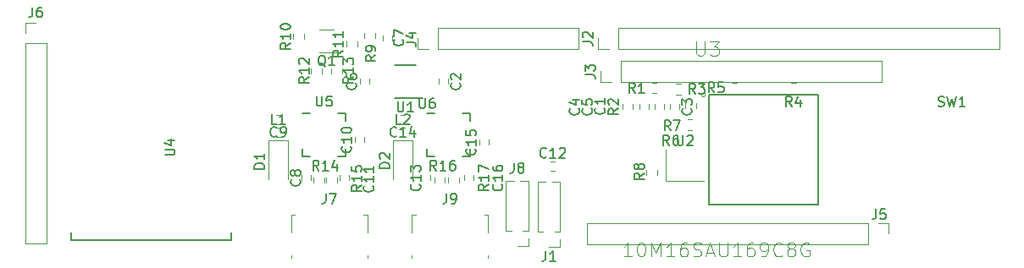
<source format=gbr>
G04 #@! TF.GenerationSoftware,KiCad,Pcbnew,5.0.0-rc2-dev-unknown-6940f92~62~ubuntu16.04.1*
G04 #@! TF.CreationDate,2018-03-25T22:17:42+02:00*
G04 #@! TF.ProjectId,roboy_sno,726F626F795F736E6F2E6B696361645F,rev?*
G04 #@! TF.SameCoordinates,Original*
G04 #@! TF.FileFunction,Legend,Top*
G04 #@! TF.FilePolarity,Positive*
%FSLAX46Y46*%
G04 Gerber Fmt 4.6, Leading zero omitted, Abs format (unit mm)*
G04 Created by KiCad (PCBNEW 5.0.0-rc2-dev-unknown-6940f92~62~ubuntu16.04.1) date Sun Mar 25 22:17:42 2018*
%MOMM*%
%LPD*%
G01*
G04 APERTURE LIST*
%ADD10C,0.120000*%
%ADD11C,0.100000*%
%ADD12C,0.127000*%
%ADD13C,0.150000*%
%ADD14C,0.152400*%
%ADD15C,0.050000*%
G04 APERTURE END LIST*
D10*
X125438000Y-110486000D02*
X125438000Y-109986000D01*
X124498000Y-109986000D02*
X124498000Y-110486000D01*
D11*
X159021000Y-111569000D02*
G75*
G03X159021000Y-111569000I-200000J0D01*
G01*
D12*
X170346000Y-122594000D02*
X159346000Y-122594000D01*
X170346000Y-111594000D02*
X159346000Y-111594000D01*
X170346000Y-122594000D02*
X170346000Y-111594000D01*
X159346000Y-122594000D02*
X159346000Y-111594000D01*
D10*
X153962000Y-112526000D02*
X153962000Y-113026000D01*
X154902000Y-113026000D02*
X154902000Y-112526000D01*
X156426000Y-113026000D02*
X156426000Y-112526000D01*
X155486000Y-112526000D02*
X155486000Y-113026000D01*
X150787000Y-112526000D02*
X150787000Y-113026000D01*
X151727000Y-113026000D02*
X151727000Y-112526000D01*
X153378000Y-113026000D02*
X153378000Y-112526000D01*
X152438000Y-112526000D02*
X152438000Y-113026000D01*
X127724000Y-106168000D02*
X127724000Y-105668000D01*
X126784000Y-105668000D02*
X126784000Y-106168000D01*
X118656000Y-119638000D02*
X118656000Y-120138000D01*
X119596000Y-120138000D02*
X119596000Y-119638000D01*
X116582000Y-113576000D02*
X116082000Y-113576000D01*
X116082000Y-114516000D02*
X116582000Y-114516000D01*
X124930000Y-116328000D02*
X124930000Y-115828000D01*
X123990000Y-115828000D02*
X123990000Y-116328000D01*
X123406000Y-120138000D02*
X123406000Y-119638000D01*
X122466000Y-119638000D02*
X122466000Y-120138000D01*
X117332000Y-116164000D02*
X117332000Y-120014000D01*
X115332000Y-116164000D02*
X115332000Y-120014000D01*
X117332000Y-116164000D02*
X115332000Y-116164000D01*
X116582000Y-114846000D02*
X116082000Y-114846000D01*
X116082000Y-115786000D02*
X116582000Y-115786000D01*
X121858000Y-105012000D02*
X120458000Y-105012000D01*
X120458000Y-107332000D02*
X122358000Y-107332000D01*
X154174000Y-110341000D02*
X153674000Y-110341000D01*
X153674000Y-111401000D02*
X154174000Y-111401000D01*
X158073500Y-112893500D02*
X158073500Y-112393500D01*
X157013500Y-112393500D02*
X157013500Y-112893500D01*
X156087000Y-111528000D02*
X156587000Y-111528000D01*
X156587000Y-110468000D02*
X156087000Y-110468000D01*
X167580500Y-111464500D02*
X168080500Y-111464500D01*
X168080500Y-110404500D02*
X167580500Y-110404500D01*
X162175000Y-110404500D02*
X161675000Y-110404500D01*
X161675000Y-111464500D02*
X162175000Y-111464500D01*
X157730000Y-115548000D02*
X157230000Y-115548000D01*
X157230000Y-116608000D02*
X157730000Y-116608000D01*
X157730000Y-114024000D02*
X157230000Y-114024000D01*
X157230000Y-115084000D02*
X157730000Y-115084000D01*
X154200000Y-119630000D02*
X154200000Y-119130000D01*
X153140000Y-119130000D02*
X153140000Y-119630000D01*
X124946000Y-105414000D02*
X124946000Y-105914000D01*
X126006000Y-105914000D02*
X126006000Y-105414000D01*
X118894000Y-105977500D02*
X118894000Y-105477500D01*
X117834000Y-105477500D02*
X117834000Y-105977500D01*
X124228000Y-106739500D02*
X124228000Y-106239500D01*
X123168000Y-106239500D02*
X123168000Y-106739500D01*
X120672000Y-109470000D02*
X120672000Y-108970000D01*
X119612000Y-108970000D02*
X119612000Y-109470000D01*
X121644000Y-108970000D02*
X121644000Y-109470000D01*
X122704000Y-109470000D02*
X122704000Y-108970000D01*
X120926000Y-120392000D02*
X120926000Y-119892000D01*
X119866000Y-119892000D02*
X119866000Y-120392000D01*
X121136000Y-119892000D02*
X121136000Y-120392000D01*
X122196000Y-120392000D02*
X122196000Y-119892000D01*
D13*
X130762000Y-111886000D02*
X128007000Y-111886000D01*
X130057000Y-108586000D02*
X128007000Y-108586000D01*
D10*
X155072000Y-120193000D02*
X158872000Y-120193000D01*
X155072000Y-117043000D02*
X155072000Y-120193000D01*
D14*
X95631000Y-125349000D02*
X95631000Y-126111000D01*
X95631000Y-126111000D02*
X111633000Y-126111000D01*
X111633000Y-126111000D02*
X111633000Y-125349000D01*
D13*
X123054000Y-113420000D02*
X122279000Y-113420000D01*
X123054000Y-117720000D02*
X122279000Y-117720000D01*
X118754000Y-117720000D02*
X119529000Y-117720000D01*
X118754000Y-113420000D02*
X119529000Y-113420000D01*
X123054000Y-117720000D02*
X123054000Y-116945000D01*
X118754000Y-117720000D02*
X118754000Y-116945000D01*
X123054000Y-113420000D02*
X123054000Y-114195000D01*
D10*
X144014000Y-118211500D02*
X143514000Y-118211500D01*
X143514000Y-119151500D02*
X144014000Y-119151500D01*
X131534000Y-120138000D02*
X131534000Y-119638000D01*
X130594000Y-119638000D02*
X130594000Y-120138000D01*
X128528000Y-114516000D02*
X129028000Y-114516000D01*
X129028000Y-113576000D02*
X128528000Y-113576000D01*
X137376000Y-116582000D02*
X137376000Y-116082000D01*
X136436000Y-116082000D02*
X136436000Y-116582000D01*
X134912000Y-119638000D02*
X134912000Y-120138000D01*
X135852000Y-120138000D02*
X135852000Y-119638000D01*
X129778000Y-116164000D02*
X129778000Y-120014000D01*
X127778000Y-116164000D02*
X127778000Y-120014000D01*
X129778000Y-116164000D02*
X127778000Y-116164000D01*
X128528000Y-115786000D02*
X129028000Y-115786000D01*
X129028000Y-114846000D02*
X128528000Y-114846000D01*
X131931000Y-119892000D02*
X131931000Y-120392000D01*
X132991000Y-120392000D02*
X132991000Y-119892000D01*
X134388000Y-120392000D02*
X134388000Y-119892000D01*
X133328000Y-119892000D02*
X133328000Y-120392000D01*
D13*
X135500000Y-113420000D02*
X134725000Y-113420000D01*
X135500000Y-117720000D02*
X134725000Y-117720000D01*
X131200000Y-117720000D02*
X131975000Y-117720000D01*
X131200000Y-113420000D02*
X131975000Y-113420000D01*
X135500000Y-117720000D02*
X135500000Y-116945000D01*
X131200000Y-117720000D02*
X131200000Y-116945000D01*
X135500000Y-113420000D02*
X135500000Y-114195000D01*
D10*
X141318000Y-120209000D02*
X140515530Y-120209000D01*
X139900470Y-120209000D02*
X139098000Y-120209000D01*
X141318000Y-125224000D02*
X141318000Y-120209000D01*
X139098000Y-125224000D02*
X139098000Y-120209000D01*
X141318000Y-125224000D02*
X140771471Y-125224000D01*
X139644529Y-125224000D02*
X139098000Y-125224000D01*
X141318000Y-125984000D02*
X141318000Y-126744000D01*
X141318000Y-126744000D02*
X140208000Y-126744000D01*
X148292000Y-106978000D02*
X148292000Y-105918000D01*
X149352000Y-106978000D02*
X148292000Y-106978000D01*
X150352000Y-106978000D02*
X150352000Y-104858000D01*
X150352000Y-104858000D02*
X188412000Y-104858000D01*
X150352000Y-106978000D02*
X188412000Y-106978000D01*
X188412000Y-106978000D02*
X188412000Y-104858000D01*
X148546000Y-110280000D02*
X148546000Y-109220000D01*
X149606000Y-110280000D02*
X148546000Y-110280000D01*
X150606000Y-110280000D02*
X150606000Y-108160000D01*
X150606000Y-108160000D02*
X176666000Y-108160000D01*
X150606000Y-110280000D02*
X176666000Y-110280000D01*
X176666000Y-110280000D02*
X176666000Y-108160000D01*
X130258000Y-106978000D02*
X130258000Y-105918000D01*
X131318000Y-106978000D02*
X130258000Y-106978000D01*
X132318000Y-106978000D02*
X132318000Y-104858000D01*
X132318000Y-104858000D02*
X146378000Y-104858000D01*
X132318000Y-106978000D02*
X146378000Y-106978000D01*
X146378000Y-106978000D02*
X146378000Y-104858000D01*
X177336000Y-124416000D02*
X177336000Y-125476000D01*
X176276000Y-124416000D02*
X177336000Y-124416000D01*
X175276000Y-124416000D02*
X175276000Y-126536000D01*
X175276000Y-126536000D02*
X147216000Y-126536000D01*
X175276000Y-124416000D02*
X147216000Y-124416000D01*
X147216000Y-124416000D02*
X147216000Y-126536000D01*
X91015000Y-104350000D02*
X92075000Y-104350000D01*
X91015000Y-105410000D02*
X91015000Y-104350000D01*
X91015000Y-106410000D02*
X93135000Y-106410000D01*
X93135000Y-106410000D02*
X93135000Y-126470000D01*
X91015000Y-106410000D02*
X91015000Y-126470000D01*
X91015000Y-126470000D02*
X93135000Y-126470000D01*
X133312000Y-110486000D02*
X133312000Y-109986000D01*
X132372000Y-109986000D02*
X132372000Y-110486000D01*
X125222000Y-123582000D02*
X124842000Y-123582000D01*
X125222000Y-127632000D02*
X125222000Y-127892000D01*
X125222000Y-123582000D02*
X125222000Y-125352000D01*
X117602000Y-123582000D02*
X117982000Y-123582000D01*
X117602000Y-125352000D02*
X117602000Y-123582000D01*
X117602000Y-127892000D02*
X117602000Y-127632000D01*
X129667000Y-127892000D02*
X129667000Y-127632000D01*
X129667000Y-125352000D02*
X129667000Y-123582000D01*
X129667000Y-123582000D02*
X130047000Y-123582000D01*
X137287000Y-123582000D02*
X137287000Y-125352000D01*
X137287000Y-127632000D02*
X137287000Y-127892000D01*
X137287000Y-123582000D02*
X136907000Y-123582000D01*
X144493000Y-126807500D02*
X143383000Y-126807500D01*
X144493000Y-126047500D02*
X144493000Y-126807500D01*
X142819529Y-125287500D02*
X142273000Y-125287500D01*
X144493000Y-125287500D02*
X143946471Y-125287500D01*
X142273000Y-125287500D02*
X142273000Y-120272500D01*
X144493000Y-125287500D02*
X144493000Y-120272500D01*
X143075470Y-120272500D02*
X142273000Y-120272500D01*
X144493000Y-120272500D02*
X143690530Y-120272500D01*
D13*
X124055142Y-110402666D02*
X124102761Y-110450285D01*
X124150380Y-110593142D01*
X124150380Y-110688380D01*
X124102761Y-110831238D01*
X124007523Y-110926476D01*
X123912285Y-110974095D01*
X123721809Y-111021714D01*
X123578952Y-111021714D01*
X123388476Y-110974095D01*
X123293238Y-110926476D01*
X123198000Y-110831238D01*
X123150380Y-110688380D01*
X123150380Y-110593142D01*
X123198000Y-110450285D01*
X123245619Y-110402666D01*
X123150380Y-109545523D02*
X123150380Y-109736000D01*
X123198000Y-109831238D01*
X123245619Y-109878857D01*
X123388476Y-109974095D01*
X123578952Y-110021714D01*
X123959904Y-110021714D01*
X124055142Y-109974095D01*
X124102761Y-109926476D01*
X124150380Y-109831238D01*
X124150380Y-109640761D01*
X124102761Y-109545523D01*
X124055142Y-109497904D01*
X123959904Y-109450285D01*
X123721809Y-109450285D01*
X123626571Y-109497904D01*
X123578952Y-109545523D01*
X123531333Y-109640761D01*
X123531333Y-109831238D01*
X123578952Y-109926476D01*
X123626571Y-109974095D01*
X123721809Y-110021714D01*
D15*
X158150195Y-106222077D02*
X158150195Y-107363919D01*
X158217362Y-107498253D01*
X158284530Y-107565420D01*
X158418864Y-107632587D01*
X158687532Y-107632587D01*
X158821867Y-107565420D01*
X158889034Y-107498253D01*
X158956201Y-107363919D01*
X158956201Y-106222077D01*
X159493538Y-106222077D02*
X160366711Y-106222077D01*
X159896541Y-106759415D01*
X160098042Y-106759415D01*
X160232377Y-106826582D01*
X160299544Y-106893749D01*
X160366711Y-107028083D01*
X160366711Y-107363919D01*
X160299544Y-107498253D01*
X160232377Y-107565420D01*
X160098042Y-107632587D01*
X159695040Y-107632587D01*
X159560705Y-107565420D01*
X159493538Y-107498253D01*
X151684177Y-127755577D02*
X150883869Y-127755577D01*
X151284023Y-127755577D02*
X151284023Y-126355037D01*
X151150638Y-126555114D01*
X151017253Y-126688499D01*
X150883869Y-126755191D01*
X152551178Y-126355037D02*
X152684563Y-126355037D01*
X152817948Y-126421730D01*
X152884640Y-126488422D01*
X152951332Y-126621807D01*
X153018025Y-126888576D01*
X153018025Y-127222038D01*
X152951332Y-127488808D01*
X152884640Y-127622192D01*
X152817948Y-127688885D01*
X152684563Y-127755577D01*
X152551178Y-127755577D01*
X152417793Y-127688885D01*
X152351101Y-127622192D01*
X152284409Y-127488808D01*
X152217716Y-127222038D01*
X152217716Y-126888576D01*
X152284409Y-126621807D01*
X152351101Y-126488422D01*
X152417793Y-126421730D01*
X152551178Y-126355037D01*
X153618256Y-127755577D02*
X153618256Y-126355037D01*
X154085103Y-127355423D01*
X154551950Y-126355037D01*
X154551950Y-127755577D01*
X155952490Y-127755577D02*
X155152181Y-127755577D01*
X155552335Y-127755577D02*
X155552335Y-126355037D01*
X155418950Y-126555114D01*
X155285566Y-126688499D01*
X155152181Y-126755191D01*
X157152952Y-126355037D02*
X156886183Y-126355037D01*
X156752798Y-126421730D01*
X156686106Y-126488422D01*
X156552721Y-126688499D01*
X156486029Y-126955269D01*
X156486029Y-127488808D01*
X156552721Y-127622192D01*
X156619413Y-127688885D01*
X156752798Y-127755577D01*
X157019568Y-127755577D01*
X157152952Y-127688885D01*
X157219645Y-127622192D01*
X157286337Y-127488808D01*
X157286337Y-127155346D01*
X157219645Y-127021961D01*
X157152952Y-126955269D01*
X157019568Y-126888576D01*
X156752798Y-126888576D01*
X156619413Y-126955269D01*
X156552721Y-127021961D01*
X156486029Y-127155346D01*
X157819876Y-127688885D02*
X158019953Y-127755577D01*
X158353415Y-127755577D01*
X158486800Y-127688885D01*
X158553492Y-127622192D01*
X158620185Y-127488808D01*
X158620185Y-127355423D01*
X158553492Y-127222038D01*
X158486800Y-127155346D01*
X158353415Y-127088653D01*
X158086646Y-127021961D01*
X157953261Y-126955269D01*
X157886569Y-126888576D01*
X157819876Y-126755191D01*
X157819876Y-126621807D01*
X157886569Y-126488422D01*
X157953261Y-126421730D01*
X158086646Y-126355037D01*
X158420108Y-126355037D01*
X158620185Y-126421730D01*
X159153724Y-127355423D02*
X159820648Y-127355423D01*
X159020339Y-127755577D02*
X159487186Y-126355037D01*
X159954032Y-127755577D01*
X160420879Y-126355037D02*
X160420879Y-127488808D01*
X160487571Y-127622192D01*
X160554264Y-127688885D01*
X160687649Y-127755577D01*
X160954418Y-127755577D01*
X161087803Y-127688885D01*
X161154495Y-127622192D01*
X161221188Y-127488808D01*
X161221188Y-126355037D01*
X162621728Y-127755577D02*
X161821419Y-127755577D01*
X162221573Y-127755577D02*
X162221573Y-126355037D01*
X162088189Y-126555114D01*
X161954804Y-126688499D01*
X161821419Y-126755191D01*
X163822190Y-126355037D02*
X163555421Y-126355037D01*
X163422036Y-126421730D01*
X163355344Y-126488422D01*
X163221959Y-126688499D01*
X163155267Y-126955269D01*
X163155267Y-127488808D01*
X163221959Y-127622192D01*
X163288651Y-127688885D01*
X163422036Y-127755577D01*
X163688806Y-127755577D01*
X163822190Y-127688885D01*
X163888883Y-127622192D01*
X163955575Y-127488808D01*
X163955575Y-127155346D01*
X163888883Y-127021961D01*
X163822190Y-126955269D01*
X163688806Y-126888576D01*
X163422036Y-126888576D01*
X163288651Y-126955269D01*
X163221959Y-127021961D01*
X163155267Y-127155346D01*
X164622499Y-127755577D02*
X164889269Y-127755577D01*
X165022653Y-127688885D01*
X165089346Y-127622192D01*
X165222730Y-127422115D01*
X165289423Y-127155346D01*
X165289423Y-126621807D01*
X165222730Y-126488422D01*
X165156038Y-126421730D01*
X165022653Y-126355037D01*
X164755884Y-126355037D01*
X164622499Y-126421730D01*
X164555807Y-126488422D01*
X164489114Y-126621807D01*
X164489114Y-126955269D01*
X164555807Y-127088653D01*
X164622499Y-127155346D01*
X164755884Y-127222038D01*
X165022653Y-127222038D01*
X165156038Y-127155346D01*
X165222730Y-127088653D01*
X165289423Y-126955269D01*
X166689963Y-127622192D02*
X166623270Y-127688885D01*
X166423193Y-127755577D01*
X166289809Y-127755577D01*
X166089731Y-127688885D01*
X165956347Y-127555500D01*
X165889654Y-127422115D01*
X165822962Y-127155346D01*
X165822962Y-126955269D01*
X165889654Y-126688499D01*
X165956347Y-126555114D01*
X166089731Y-126421730D01*
X166289809Y-126355037D01*
X166423193Y-126355037D01*
X166623270Y-126421730D01*
X166689963Y-126488422D01*
X167490271Y-126955269D02*
X167356887Y-126888576D01*
X167290194Y-126821884D01*
X167223502Y-126688499D01*
X167223502Y-126621807D01*
X167290194Y-126488422D01*
X167356887Y-126421730D01*
X167490271Y-126355037D01*
X167757041Y-126355037D01*
X167890426Y-126421730D01*
X167957118Y-126488422D01*
X168023810Y-126621807D01*
X168023810Y-126688499D01*
X167957118Y-126821884D01*
X167890426Y-126888576D01*
X167757041Y-126955269D01*
X167490271Y-126955269D01*
X167356887Y-127021961D01*
X167290194Y-127088653D01*
X167223502Y-127222038D01*
X167223502Y-127488808D01*
X167290194Y-127622192D01*
X167356887Y-127688885D01*
X167490271Y-127755577D01*
X167757041Y-127755577D01*
X167890426Y-127688885D01*
X167957118Y-127622192D01*
X168023810Y-127488808D01*
X168023810Y-127222038D01*
X167957118Y-127088653D01*
X167890426Y-127021961D01*
X167757041Y-126955269D01*
X169357658Y-126421730D02*
X169224273Y-126355037D01*
X169024196Y-126355037D01*
X168824119Y-126421730D01*
X168690734Y-126555114D01*
X168624042Y-126688499D01*
X168557350Y-126955269D01*
X168557350Y-127155346D01*
X168624042Y-127422115D01*
X168690734Y-127555500D01*
X168824119Y-127688885D01*
X169024196Y-127755577D01*
X169157581Y-127755577D01*
X169357658Y-127688885D01*
X169424350Y-127622192D01*
X169424350Y-127155346D01*
X169157581Y-127155346D01*
D13*
X148883642Y-112879166D02*
X148931261Y-112926785D01*
X148978880Y-113069642D01*
X148978880Y-113164880D01*
X148931261Y-113307738D01*
X148836023Y-113402976D01*
X148740785Y-113450595D01*
X148550309Y-113498214D01*
X148407452Y-113498214D01*
X148216976Y-113450595D01*
X148121738Y-113402976D01*
X148026500Y-113307738D01*
X147978880Y-113164880D01*
X147978880Y-113069642D01*
X148026500Y-112926785D01*
X148074119Y-112879166D01*
X148978880Y-111926785D02*
X148978880Y-112498214D01*
X148978880Y-112212500D02*
X147978880Y-112212500D01*
X148121738Y-112307738D01*
X148216976Y-112402976D01*
X148264595Y-112498214D01*
X157583142Y-112942666D02*
X157630761Y-112990285D01*
X157678380Y-113133142D01*
X157678380Y-113228380D01*
X157630761Y-113371238D01*
X157535523Y-113466476D01*
X157440285Y-113514095D01*
X157249809Y-113561714D01*
X157106952Y-113561714D01*
X156916476Y-113514095D01*
X156821238Y-113466476D01*
X156726000Y-113371238D01*
X156678380Y-113228380D01*
X156678380Y-113133142D01*
X156726000Y-112990285D01*
X156773619Y-112942666D01*
X156678380Y-112609333D02*
X156678380Y-111990285D01*
X157059333Y-112323619D01*
X157059333Y-112180761D01*
X157106952Y-112085523D01*
X157154571Y-112037904D01*
X157249809Y-111990285D01*
X157487904Y-111990285D01*
X157583142Y-112037904D01*
X157630761Y-112085523D01*
X157678380Y-112180761D01*
X157678380Y-112466476D01*
X157630761Y-112561714D01*
X157583142Y-112609333D01*
X146343642Y-112942666D02*
X146391261Y-112990285D01*
X146438880Y-113133142D01*
X146438880Y-113228380D01*
X146391261Y-113371238D01*
X146296023Y-113466476D01*
X146200785Y-113514095D01*
X146010309Y-113561714D01*
X145867452Y-113561714D01*
X145676976Y-113514095D01*
X145581738Y-113466476D01*
X145486500Y-113371238D01*
X145438880Y-113228380D01*
X145438880Y-113133142D01*
X145486500Y-112990285D01*
X145534119Y-112942666D01*
X145772214Y-112085523D02*
X146438880Y-112085523D01*
X145391261Y-112323619D02*
X146105547Y-112561714D01*
X146105547Y-111942666D01*
X147613642Y-112942666D02*
X147661261Y-112990285D01*
X147708880Y-113133142D01*
X147708880Y-113228380D01*
X147661261Y-113371238D01*
X147566023Y-113466476D01*
X147470785Y-113514095D01*
X147280309Y-113561714D01*
X147137452Y-113561714D01*
X146946976Y-113514095D01*
X146851738Y-113466476D01*
X146756500Y-113371238D01*
X146708880Y-113228380D01*
X146708880Y-113133142D01*
X146756500Y-112990285D01*
X146804119Y-112942666D01*
X146708880Y-112037904D02*
X146708880Y-112514095D01*
X147185071Y-112561714D01*
X147137452Y-112514095D01*
X147089833Y-112418857D01*
X147089833Y-112180761D01*
X147137452Y-112085523D01*
X147185071Y-112037904D01*
X147280309Y-111990285D01*
X147518404Y-111990285D01*
X147613642Y-112037904D01*
X147661261Y-112085523D01*
X147708880Y-112180761D01*
X147708880Y-112418857D01*
X147661261Y-112514095D01*
X147613642Y-112561714D01*
X128754142Y-106021166D02*
X128801761Y-106068785D01*
X128849380Y-106211642D01*
X128849380Y-106306880D01*
X128801761Y-106449738D01*
X128706523Y-106544976D01*
X128611285Y-106592595D01*
X128420809Y-106640214D01*
X128277952Y-106640214D01*
X128087476Y-106592595D01*
X127992238Y-106544976D01*
X127897000Y-106449738D01*
X127849380Y-106306880D01*
X127849380Y-106211642D01*
X127897000Y-106068785D01*
X127944619Y-106021166D01*
X127849380Y-105687833D02*
X127849380Y-105021166D01*
X128849380Y-105449738D01*
X118467142Y-120054666D02*
X118514761Y-120102285D01*
X118562380Y-120245142D01*
X118562380Y-120340380D01*
X118514761Y-120483238D01*
X118419523Y-120578476D01*
X118324285Y-120626095D01*
X118133809Y-120673714D01*
X117990952Y-120673714D01*
X117800476Y-120626095D01*
X117705238Y-120578476D01*
X117610000Y-120483238D01*
X117562380Y-120340380D01*
X117562380Y-120245142D01*
X117610000Y-120102285D01*
X117657619Y-120054666D01*
X117990952Y-119483238D02*
X117943333Y-119578476D01*
X117895714Y-119626095D01*
X117800476Y-119673714D01*
X117752857Y-119673714D01*
X117657619Y-119626095D01*
X117610000Y-119578476D01*
X117562380Y-119483238D01*
X117562380Y-119292761D01*
X117610000Y-119197523D01*
X117657619Y-119149904D01*
X117752857Y-119102285D01*
X117800476Y-119102285D01*
X117895714Y-119149904D01*
X117943333Y-119197523D01*
X117990952Y-119292761D01*
X117990952Y-119483238D01*
X118038571Y-119578476D01*
X118086190Y-119626095D01*
X118181428Y-119673714D01*
X118371904Y-119673714D01*
X118467142Y-119626095D01*
X118514761Y-119578476D01*
X118562380Y-119483238D01*
X118562380Y-119292761D01*
X118514761Y-119197523D01*
X118467142Y-119149904D01*
X118371904Y-119102285D01*
X118181428Y-119102285D01*
X118086190Y-119149904D01*
X118038571Y-119197523D01*
X117990952Y-119292761D01*
X116165333Y-115673142D02*
X116117714Y-115720761D01*
X115974857Y-115768380D01*
X115879619Y-115768380D01*
X115736761Y-115720761D01*
X115641523Y-115625523D01*
X115593904Y-115530285D01*
X115546285Y-115339809D01*
X115546285Y-115196952D01*
X115593904Y-115006476D01*
X115641523Y-114911238D01*
X115736761Y-114816000D01*
X115879619Y-114768380D01*
X115974857Y-114768380D01*
X116117714Y-114816000D01*
X116165333Y-114863619D01*
X116641523Y-115768380D02*
X116832000Y-115768380D01*
X116927238Y-115720761D01*
X116974857Y-115673142D01*
X117070095Y-115530285D01*
X117117714Y-115339809D01*
X117117714Y-114958857D01*
X117070095Y-114863619D01*
X117022476Y-114816000D01*
X116927238Y-114768380D01*
X116736761Y-114768380D01*
X116641523Y-114816000D01*
X116593904Y-114863619D01*
X116546285Y-114958857D01*
X116546285Y-115196952D01*
X116593904Y-115292190D01*
X116641523Y-115339809D01*
X116736761Y-115387428D01*
X116927238Y-115387428D01*
X117022476Y-115339809D01*
X117070095Y-115292190D01*
X117117714Y-115196952D01*
X123547142Y-116720857D02*
X123594761Y-116768476D01*
X123642380Y-116911333D01*
X123642380Y-117006571D01*
X123594761Y-117149428D01*
X123499523Y-117244666D01*
X123404285Y-117292285D01*
X123213809Y-117339904D01*
X123070952Y-117339904D01*
X122880476Y-117292285D01*
X122785238Y-117244666D01*
X122690000Y-117149428D01*
X122642380Y-117006571D01*
X122642380Y-116911333D01*
X122690000Y-116768476D01*
X122737619Y-116720857D01*
X123642380Y-115768476D02*
X123642380Y-116339904D01*
X123642380Y-116054190D02*
X122642380Y-116054190D01*
X122785238Y-116149428D01*
X122880476Y-116244666D01*
X122928095Y-116339904D01*
X122642380Y-115149428D02*
X122642380Y-115054190D01*
X122690000Y-114958952D01*
X122737619Y-114911333D01*
X122832857Y-114863714D01*
X123023333Y-114816095D01*
X123261428Y-114816095D01*
X123451904Y-114863714D01*
X123547142Y-114911333D01*
X123594761Y-114958952D01*
X123642380Y-115054190D01*
X123642380Y-115149428D01*
X123594761Y-115244666D01*
X123547142Y-115292285D01*
X123451904Y-115339904D01*
X123261428Y-115387523D01*
X123023333Y-115387523D01*
X122832857Y-115339904D01*
X122737619Y-115292285D01*
X122690000Y-115244666D01*
X122642380Y-115149428D01*
X125769642Y-120657857D02*
X125817261Y-120705476D01*
X125864880Y-120848333D01*
X125864880Y-120943571D01*
X125817261Y-121086428D01*
X125722023Y-121181666D01*
X125626785Y-121229285D01*
X125436309Y-121276904D01*
X125293452Y-121276904D01*
X125102976Y-121229285D01*
X125007738Y-121181666D01*
X124912500Y-121086428D01*
X124864880Y-120943571D01*
X124864880Y-120848333D01*
X124912500Y-120705476D01*
X124960119Y-120657857D01*
X125864880Y-119705476D02*
X125864880Y-120276904D01*
X125864880Y-119991190D02*
X124864880Y-119991190D01*
X125007738Y-120086428D01*
X125102976Y-120181666D01*
X125150595Y-120276904D01*
X125864880Y-118753095D02*
X125864880Y-119324523D01*
X125864880Y-119038809D02*
X124864880Y-119038809D01*
X125007738Y-119134047D01*
X125102976Y-119229285D01*
X125150595Y-119324523D01*
X114942880Y-118975095D02*
X113942880Y-118975095D01*
X113942880Y-118737000D01*
X113990500Y-118594142D01*
X114085738Y-118498904D01*
X114180976Y-118451285D01*
X114371452Y-118403666D01*
X114514309Y-118403666D01*
X114704785Y-118451285D01*
X114800023Y-118498904D01*
X114895261Y-118594142D01*
X114942880Y-118737000D01*
X114942880Y-118975095D01*
X114942880Y-117451285D02*
X114942880Y-118022714D01*
X114942880Y-117737000D02*
X113942880Y-117737000D01*
X114085738Y-117832238D01*
X114180976Y-117927476D01*
X114228595Y-118022714D01*
X116165333Y-114498380D02*
X115689142Y-114498380D01*
X115689142Y-113498380D01*
X117022476Y-114498380D02*
X116451047Y-114498380D01*
X116736761Y-114498380D02*
X116736761Y-113498380D01*
X116641523Y-113641238D01*
X116546285Y-113736476D01*
X116451047Y-113784095D01*
X121062761Y-108719619D02*
X120967523Y-108672000D01*
X120872285Y-108576761D01*
X120729428Y-108433904D01*
X120634190Y-108386285D01*
X120538952Y-108386285D01*
X120586571Y-108624380D02*
X120491333Y-108576761D01*
X120396095Y-108481523D01*
X120348476Y-108291047D01*
X120348476Y-107957714D01*
X120396095Y-107767238D01*
X120491333Y-107672000D01*
X120586571Y-107624380D01*
X120777047Y-107624380D01*
X120872285Y-107672000D01*
X120967523Y-107767238D01*
X121015142Y-107957714D01*
X121015142Y-108291047D01*
X120967523Y-108481523D01*
X120872285Y-108576761D01*
X120777047Y-108624380D01*
X120586571Y-108624380D01*
X121967523Y-108624380D02*
X121396095Y-108624380D01*
X121681809Y-108624380D02*
X121681809Y-107624380D01*
X121586571Y-107767238D01*
X121491333Y-107862476D01*
X121396095Y-107910095D01*
X151979333Y-111386880D02*
X151646000Y-110910690D01*
X151407904Y-111386880D02*
X151407904Y-110386880D01*
X151788857Y-110386880D01*
X151884095Y-110434500D01*
X151931714Y-110482119D01*
X151979333Y-110577357D01*
X151979333Y-110720214D01*
X151931714Y-110815452D01*
X151884095Y-110863071D01*
X151788857Y-110910690D01*
X151407904Y-110910690D01*
X152931714Y-111386880D02*
X152360285Y-111386880D01*
X152646000Y-111386880D02*
X152646000Y-110386880D01*
X152550761Y-110529738D01*
X152455523Y-110624976D01*
X152360285Y-110672595D01*
X150312380Y-112942666D02*
X149836190Y-113276000D01*
X150312380Y-113514095D02*
X149312380Y-113514095D01*
X149312380Y-113133142D01*
X149360000Y-113037904D01*
X149407619Y-112990285D01*
X149502857Y-112942666D01*
X149645714Y-112942666D01*
X149740952Y-112990285D01*
X149788571Y-113037904D01*
X149836190Y-113133142D01*
X149836190Y-113514095D01*
X149407619Y-112561714D02*
X149360000Y-112514095D01*
X149312380Y-112418857D01*
X149312380Y-112180761D01*
X149360000Y-112085523D01*
X149407619Y-112037904D01*
X149502857Y-111990285D01*
X149598095Y-111990285D01*
X149740952Y-112037904D01*
X150312380Y-112609333D01*
X150312380Y-111990285D01*
X158011833Y-111450380D02*
X157678500Y-110974190D01*
X157440404Y-111450380D02*
X157440404Y-110450380D01*
X157821357Y-110450380D01*
X157916595Y-110498000D01*
X157964214Y-110545619D01*
X158011833Y-110640857D01*
X158011833Y-110783714D01*
X157964214Y-110878952D01*
X157916595Y-110926571D01*
X157821357Y-110974190D01*
X157440404Y-110974190D01*
X158345166Y-110450380D02*
X158964214Y-110450380D01*
X158630880Y-110831333D01*
X158773738Y-110831333D01*
X158868976Y-110878952D01*
X158916595Y-110926571D01*
X158964214Y-111021809D01*
X158964214Y-111259904D01*
X158916595Y-111355142D01*
X158868976Y-111402761D01*
X158773738Y-111450380D01*
X158488023Y-111450380D01*
X158392785Y-111402761D01*
X158345166Y-111355142D01*
X167663833Y-112736880D02*
X167330500Y-112260690D01*
X167092404Y-112736880D02*
X167092404Y-111736880D01*
X167473357Y-111736880D01*
X167568595Y-111784500D01*
X167616214Y-111832119D01*
X167663833Y-111927357D01*
X167663833Y-112070214D01*
X167616214Y-112165452D01*
X167568595Y-112213071D01*
X167473357Y-112260690D01*
X167092404Y-112260690D01*
X168520976Y-112070214D02*
X168520976Y-112736880D01*
X168282880Y-111689261D02*
X168044785Y-112403547D01*
X168663833Y-112403547D01*
X159916833Y-111323380D02*
X159583500Y-110847190D01*
X159345404Y-111323380D02*
X159345404Y-110323380D01*
X159726357Y-110323380D01*
X159821595Y-110371000D01*
X159869214Y-110418619D01*
X159916833Y-110513857D01*
X159916833Y-110656714D01*
X159869214Y-110751952D01*
X159821595Y-110799571D01*
X159726357Y-110847190D01*
X159345404Y-110847190D01*
X160821595Y-110323380D02*
X160345404Y-110323380D01*
X160297785Y-110799571D01*
X160345404Y-110751952D01*
X160440642Y-110704333D01*
X160678738Y-110704333D01*
X160773976Y-110751952D01*
X160821595Y-110799571D01*
X160869214Y-110894809D01*
X160869214Y-111132904D01*
X160821595Y-111228142D01*
X160773976Y-111275761D01*
X160678738Y-111323380D01*
X160440642Y-111323380D01*
X160345404Y-111275761D01*
X160297785Y-111228142D01*
X155408333Y-116593880D02*
X155075000Y-116117690D01*
X154836904Y-116593880D02*
X154836904Y-115593880D01*
X155217857Y-115593880D01*
X155313095Y-115641500D01*
X155360714Y-115689119D01*
X155408333Y-115784357D01*
X155408333Y-115927214D01*
X155360714Y-116022452D01*
X155313095Y-116070071D01*
X155217857Y-116117690D01*
X154836904Y-116117690D01*
X156265476Y-115593880D02*
X156075000Y-115593880D01*
X155979761Y-115641500D01*
X155932142Y-115689119D01*
X155836904Y-115831976D01*
X155789285Y-116022452D01*
X155789285Y-116403404D01*
X155836904Y-116498642D01*
X155884523Y-116546261D01*
X155979761Y-116593880D01*
X156170238Y-116593880D01*
X156265476Y-116546261D01*
X156313095Y-116498642D01*
X156360714Y-116403404D01*
X156360714Y-116165309D01*
X156313095Y-116070071D01*
X156265476Y-116022452D01*
X156170238Y-115974833D01*
X155979761Y-115974833D01*
X155884523Y-116022452D01*
X155836904Y-116070071D01*
X155789285Y-116165309D01*
X155535333Y-115133380D02*
X155202000Y-114657190D01*
X154963904Y-115133380D02*
X154963904Y-114133380D01*
X155344857Y-114133380D01*
X155440095Y-114181000D01*
X155487714Y-114228619D01*
X155535333Y-114323857D01*
X155535333Y-114466714D01*
X155487714Y-114561952D01*
X155440095Y-114609571D01*
X155344857Y-114657190D01*
X154963904Y-114657190D01*
X155868666Y-114133380D02*
X156535333Y-114133380D01*
X156106761Y-115133380D01*
X152915880Y-119419666D02*
X152439690Y-119753000D01*
X152915880Y-119991095D02*
X151915880Y-119991095D01*
X151915880Y-119610142D01*
X151963500Y-119514904D01*
X152011119Y-119467285D01*
X152106357Y-119419666D01*
X152249214Y-119419666D01*
X152344452Y-119467285D01*
X152392071Y-119514904D01*
X152439690Y-119610142D01*
X152439690Y-119991095D01*
X152344452Y-118848238D02*
X152296833Y-118943476D01*
X152249214Y-118991095D01*
X152153976Y-119038714D01*
X152106357Y-119038714D01*
X152011119Y-118991095D01*
X151963500Y-118943476D01*
X151915880Y-118848238D01*
X151915880Y-118657761D01*
X151963500Y-118562523D01*
X152011119Y-118514904D01*
X152106357Y-118467285D01*
X152153976Y-118467285D01*
X152249214Y-118514904D01*
X152296833Y-118562523D01*
X152344452Y-118657761D01*
X152344452Y-118848238D01*
X152392071Y-118943476D01*
X152439690Y-118991095D01*
X152534928Y-119038714D01*
X152725404Y-119038714D01*
X152820642Y-118991095D01*
X152868261Y-118943476D01*
X152915880Y-118848238D01*
X152915880Y-118657761D01*
X152868261Y-118562523D01*
X152820642Y-118514904D01*
X152725404Y-118467285D01*
X152534928Y-118467285D01*
X152439690Y-118514904D01*
X152392071Y-118562523D01*
X152344452Y-118657761D01*
X126055380Y-107608666D02*
X125579190Y-107942000D01*
X126055380Y-108180095D02*
X125055380Y-108180095D01*
X125055380Y-107799142D01*
X125103000Y-107703904D01*
X125150619Y-107656285D01*
X125245857Y-107608666D01*
X125388714Y-107608666D01*
X125483952Y-107656285D01*
X125531571Y-107703904D01*
X125579190Y-107799142D01*
X125579190Y-108180095D01*
X126055380Y-107132476D02*
X126055380Y-106942000D01*
X126007761Y-106846761D01*
X125960142Y-106799142D01*
X125817285Y-106703904D01*
X125626809Y-106656285D01*
X125245857Y-106656285D01*
X125150619Y-106703904D01*
X125103000Y-106751523D01*
X125055380Y-106846761D01*
X125055380Y-107037238D01*
X125103000Y-107132476D01*
X125150619Y-107180095D01*
X125245857Y-107227714D01*
X125483952Y-107227714D01*
X125579190Y-107180095D01*
X125626809Y-107132476D01*
X125674428Y-107037238D01*
X125674428Y-106846761D01*
X125626809Y-106751523D01*
X125579190Y-106703904D01*
X125483952Y-106656285D01*
X117546380Y-106370357D02*
X117070190Y-106703690D01*
X117546380Y-106941785D02*
X116546380Y-106941785D01*
X116546380Y-106560833D01*
X116594000Y-106465595D01*
X116641619Y-106417976D01*
X116736857Y-106370357D01*
X116879714Y-106370357D01*
X116974952Y-106417976D01*
X117022571Y-106465595D01*
X117070190Y-106560833D01*
X117070190Y-106941785D01*
X117546380Y-105417976D02*
X117546380Y-105989404D01*
X117546380Y-105703690D02*
X116546380Y-105703690D01*
X116689238Y-105798928D01*
X116784476Y-105894166D01*
X116832095Y-105989404D01*
X116546380Y-104798928D02*
X116546380Y-104703690D01*
X116594000Y-104608452D01*
X116641619Y-104560833D01*
X116736857Y-104513214D01*
X116927333Y-104465595D01*
X117165428Y-104465595D01*
X117355904Y-104513214D01*
X117451142Y-104560833D01*
X117498761Y-104608452D01*
X117546380Y-104703690D01*
X117546380Y-104798928D01*
X117498761Y-104894166D01*
X117451142Y-104941785D01*
X117355904Y-104989404D01*
X117165428Y-105037023D01*
X116927333Y-105037023D01*
X116736857Y-104989404D01*
X116641619Y-104941785D01*
X116594000Y-104894166D01*
X116546380Y-104798928D01*
X122800380Y-107132357D02*
X122324190Y-107465690D01*
X122800380Y-107703785D02*
X121800380Y-107703785D01*
X121800380Y-107322833D01*
X121848000Y-107227595D01*
X121895619Y-107179976D01*
X121990857Y-107132357D01*
X122133714Y-107132357D01*
X122228952Y-107179976D01*
X122276571Y-107227595D01*
X122324190Y-107322833D01*
X122324190Y-107703785D01*
X122800380Y-106179976D02*
X122800380Y-106751404D01*
X122800380Y-106465690D02*
X121800380Y-106465690D01*
X121943238Y-106560928D01*
X122038476Y-106656166D01*
X122086095Y-106751404D01*
X122800380Y-105227595D02*
X122800380Y-105799023D01*
X122800380Y-105513309D02*
X121800380Y-105513309D01*
X121943238Y-105608547D01*
X122038476Y-105703785D01*
X122086095Y-105799023D01*
X119387880Y-109799357D02*
X118911690Y-110132690D01*
X119387880Y-110370785D02*
X118387880Y-110370785D01*
X118387880Y-109989833D01*
X118435500Y-109894595D01*
X118483119Y-109846976D01*
X118578357Y-109799357D01*
X118721214Y-109799357D01*
X118816452Y-109846976D01*
X118864071Y-109894595D01*
X118911690Y-109989833D01*
X118911690Y-110370785D01*
X119387880Y-108846976D02*
X119387880Y-109418404D01*
X119387880Y-109132690D02*
X118387880Y-109132690D01*
X118530738Y-109227928D01*
X118625976Y-109323166D01*
X118673595Y-109418404D01*
X118483119Y-108466023D02*
X118435500Y-108418404D01*
X118387880Y-108323166D01*
X118387880Y-108085071D01*
X118435500Y-107989833D01*
X118483119Y-107942214D01*
X118578357Y-107894595D01*
X118673595Y-107894595D01*
X118816452Y-107942214D01*
X119387880Y-108513642D01*
X119387880Y-107894595D01*
X123832880Y-109799357D02*
X123356690Y-110132690D01*
X123832880Y-110370785D02*
X122832880Y-110370785D01*
X122832880Y-109989833D01*
X122880500Y-109894595D01*
X122928119Y-109846976D01*
X123023357Y-109799357D01*
X123166214Y-109799357D01*
X123261452Y-109846976D01*
X123309071Y-109894595D01*
X123356690Y-109989833D01*
X123356690Y-110370785D01*
X123832880Y-108846976D02*
X123832880Y-109418404D01*
X123832880Y-109132690D02*
X122832880Y-109132690D01*
X122975738Y-109227928D01*
X123070976Y-109323166D01*
X123118595Y-109418404D01*
X122832880Y-108513642D02*
X122832880Y-107894595D01*
X123213833Y-108227928D01*
X123213833Y-108085071D01*
X123261452Y-107989833D01*
X123309071Y-107942214D01*
X123404309Y-107894595D01*
X123642404Y-107894595D01*
X123737642Y-107942214D01*
X123785261Y-107989833D01*
X123832880Y-108085071D01*
X123832880Y-108370785D01*
X123785261Y-108466023D01*
X123737642Y-108513642D01*
X120388142Y-119133880D02*
X120054809Y-118657690D01*
X119816714Y-119133880D02*
X119816714Y-118133880D01*
X120197666Y-118133880D01*
X120292904Y-118181500D01*
X120340523Y-118229119D01*
X120388142Y-118324357D01*
X120388142Y-118467214D01*
X120340523Y-118562452D01*
X120292904Y-118610071D01*
X120197666Y-118657690D01*
X119816714Y-118657690D01*
X121340523Y-119133880D02*
X120769095Y-119133880D01*
X121054809Y-119133880D02*
X121054809Y-118133880D01*
X120959571Y-118276738D01*
X120864333Y-118371976D01*
X120769095Y-118419595D01*
X122197666Y-118467214D02*
X122197666Y-119133880D01*
X121959571Y-118086261D02*
X121721476Y-118800547D01*
X122340523Y-118800547D01*
X124658380Y-120594357D02*
X124182190Y-120927690D01*
X124658380Y-121165785D02*
X123658380Y-121165785D01*
X123658380Y-120784833D01*
X123706000Y-120689595D01*
X123753619Y-120641976D01*
X123848857Y-120594357D01*
X123991714Y-120594357D01*
X124086952Y-120641976D01*
X124134571Y-120689595D01*
X124182190Y-120784833D01*
X124182190Y-121165785D01*
X124658380Y-119641976D02*
X124658380Y-120213404D01*
X124658380Y-119927690D02*
X123658380Y-119927690D01*
X123801238Y-120022928D01*
X123896476Y-120118166D01*
X123944095Y-120213404D01*
X123658380Y-118737214D02*
X123658380Y-119213404D01*
X124134571Y-119261023D01*
X124086952Y-119213404D01*
X124039333Y-119118166D01*
X124039333Y-118880071D01*
X124086952Y-118784833D01*
X124134571Y-118737214D01*
X124229809Y-118689595D01*
X124467904Y-118689595D01*
X124563142Y-118737214D01*
X124610761Y-118784833D01*
X124658380Y-118880071D01*
X124658380Y-119118166D01*
X124610761Y-119213404D01*
X124563142Y-119261023D01*
X182308666Y-112672761D02*
X182451523Y-112720380D01*
X182689619Y-112720380D01*
X182784857Y-112672761D01*
X182832476Y-112625142D01*
X182880095Y-112529904D01*
X182880095Y-112434666D01*
X182832476Y-112339428D01*
X182784857Y-112291809D01*
X182689619Y-112244190D01*
X182499142Y-112196571D01*
X182403904Y-112148952D01*
X182356285Y-112101333D01*
X182308666Y-112006095D01*
X182308666Y-111910857D01*
X182356285Y-111815619D01*
X182403904Y-111768000D01*
X182499142Y-111720380D01*
X182737238Y-111720380D01*
X182880095Y-111768000D01*
X183213428Y-111720380D02*
X183451523Y-112720380D01*
X183642000Y-112006095D01*
X183832476Y-112720380D01*
X184070571Y-111720380D01*
X184975333Y-112720380D02*
X184403904Y-112720380D01*
X184689619Y-112720380D02*
X184689619Y-111720380D01*
X184594380Y-111863238D01*
X184499142Y-111958476D01*
X184403904Y-112006095D01*
X128270095Y-112263380D02*
X128270095Y-113072904D01*
X128317714Y-113168142D01*
X128365333Y-113215761D01*
X128460571Y-113263380D01*
X128651047Y-113263380D01*
X128746285Y-113215761D01*
X128793904Y-113168142D01*
X128841523Y-113072904D01*
X128841523Y-112263380D01*
X129841523Y-113263380D02*
X129270095Y-113263380D01*
X129555809Y-113263380D02*
X129555809Y-112263380D01*
X129460571Y-112406238D01*
X129365333Y-112501476D01*
X129270095Y-112549095D01*
X156210095Y-115620380D02*
X156210095Y-116429904D01*
X156257714Y-116525142D01*
X156305333Y-116572761D01*
X156400571Y-116620380D01*
X156591047Y-116620380D01*
X156686285Y-116572761D01*
X156733904Y-116525142D01*
X156781523Y-116429904D01*
X156781523Y-115620380D01*
X157210095Y-115715619D02*
X157257714Y-115668000D01*
X157352952Y-115620380D01*
X157591047Y-115620380D01*
X157686285Y-115668000D01*
X157733904Y-115715619D01*
X157781523Y-115810857D01*
X157781523Y-115906095D01*
X157733904Y-116048952D01*
X157162476Y-116620380D01*
X157781523Y-116620380D01*
X104989380Y-117601904D02*
X105798904Y-117601904D01*
X105894142Y-117554285D01*
X105941761Y-117506666D01*
X105989380Y-117411428D01*
X105989380Y-117220952D01*
X105941761Y-117125714D01*
X105894142Y-117078095D01*
X105798904Y-117030476D01*
X104989380Y-117030476D01*
X105322714Y-116125714D02*
X105989380Y-116125714D01*
X104941761Y-116363809D02*
X105656047Y-116601904D01*
X105656047Y-115982857D01*
X120142095Y-111692380D02*
X120142095Y-112501904D01*
X120189714Y-112597142D01*
X120237333Y-112644761D01*
X120332571Y-112692380D01*
X120523047Y-112692380D01*
X120618285Y-112644761D01*
X120665904Y-112597142D01*
X120713523Y-112501904D01*
X120713523Y-111692380D01*
X121665904Y-111692380D02*
X121189714Y-111692380D01*
X121142095Y-112168571D01*
X121189714Y-112120952D01*
X121284952Y-112073333D01*
X121523047Y-112073333D01*
X121618285Y-112120952D01*
X121665904Y-112168571D01*
X121713523Y-112263809D01*
X121713523Y-112501904D01*
X121665904Y-112597142D01*
X121618285Y-112644761D01*
X121523047Y-112692380D01*
X121284952Y-112692380D01*
X121189714Y-112644761D01*
X121142095Y-112597142D01*
X143121142Y-117768642D02*
X143073523Y-117816261D01*
X142930666Y-117863880D01*
X142835428Y-117863880D01*
X142692571Y-117816261D01*
X142597333Y-117721023D01*
X142549714Y-117625785D01*
X142502095Y-117435309D01*
X142502095Y-117292452D01*
X142549714Y-117101976D01*
X142597333Y-117006738D01*
X142692571Y-116911500D01*
X142835428Y-116863880D01*
X142930666Y-116863880D01*
X143073523Y-116911500D01*
X143121142Y-116959119D01*
X144073523Y-117863880D02*
X143502095Y-117863880D01*
X143787809Y-117863880D02*
X143787809Y-116863880D01*
X143692571Y-117006738D01*
X143597333Y-117101976D01*
X143502095Y-117149595D01*
X144454476Y-116959119D02*
X144502095Y-116911500D01*
X144597333Y-116863880D01*
X144835428Y-116863880D01*
X144930666Y-116911500D01*
X144978285Y-116959119D01*
X145025904Y-117054357D01*
X145025904Y-117149595D01*
X144978285Y-117292452D01*
X144406857Y-117863880D01*
X145025904Y-117863880D01*
X130468642Y-120530857D02*
X130516261Y-120578476D01*
X130563880Y-120721333D01*
X130563880Y-120816571D01*
X130516261Y-120959428D01*
X130421023Y-121054666D01*
X130325785Y-121102285D01*
X130135309Y-121149904D01*
X129992452Y-121149904D01*
X129801976Y-121102285D01*
X129706738Y-121054666D01*
X129611500Y-120959428D01*
X129563880Y-120816571D01*
X129563880Y-120721333D01*
X129611500Y-120578476D01*
X129659119Y-120530857D01*
X130563880Y-119578476D02*
X130563880Y-120149904D01*
X130563880Y-119864190D02*
X129563880Y-119864190D01*
X129706738Y-119959428D01*
X129801976Y-120054666D01*
X129849595Y-120149904D01*
X129563880Y-119245142D02*
X129563880Y-118626095D01*
X129944833Y-118959428D01*
X129944833Y-118816571D01*
X129992452Y-118721333D01*
X130040071Y-118673714D01*
X130135309Y-118626095D01*
X130373404Y-118626095D01*
X130468642Y-118673714D01*
X130516261Y-118721333D01*
X130563880Y-118816571D01*
X130563880Y-119102285D01*
X130516261Y-119197523D01*
X130468642Y-119245142D01*
X128135142Y-115673142D02*
X128087523Y-115720761D01*
X127944666Y-115768380D01*
X127849428Y-115768380D01*
X127706571Y-115720761D01*
X127611333Y-115625523D01*
X127563714Y-115530285D01*
X127516095Y-115339809D01*
X127516095Y-115196952D01*
X127563714Y-115006476D01*
X127611333Y-114911238D01*
X127706571Y-114816000D01*
X127849428Y-114768380D01*
X127944666Y-114768380D01*
X128087523Y-114816000D01*
X128135142Y-114863619D01*
X129087523Y-115768380D02*
X128516095Y-115768380D01*
X128801809Y-115768380D02*
X128801809Y-114768380D01*
X128706571Y-114911238D01*
X128611333Y-115006476D01*
X128516095Y-115054095D01*
X129944666Y-115101714D02*
X129944666Y-115768380D01*
X129706571Y-114720761D02*
X129468476Y-115435047D01*
X130087523Y-115435047D01*
X135993142Y-116974857D02*
X136040761Y-117022476D01*
X136088380Y-117165333D01*
X136088380Y-117260571D01*
X136040761Y-117403428D01*
X135945523Y-117498666D01*
X135850285Y-117546285D01*
X135659809Y-117593904D01*
X135516952Y-117593904D01*
X135326476Y-117546285D01*
X135231238Y-117498666D01*
X135136000Y-117403428D01*
X135088380Y-117260571D01*
X135088380Y-117165333D01*
X135136000Y-117022476D01*
X135183619Y-116974857D01*
X136088380Y-116022476D02*
X136088380Y-116593904D01*
X136088380Y-116308190D02*
X135088380Y-116308190D01*
X135231238Y-116403428D01*
X135326476Y-116498666D01*
X135374095Y-116593904D01*
X135088380Y-115117714D02*
X135088380Y-115593904D01*
X135564571Y-115641523D01*
X135516952Y-115593904D01*
X135469333Y-115498666D01*
X135469333Y-115260571D01*
X135516952Y-115165333D01*
X135564571Y-115117714D01*
X135659809Y-115070095D01*
X135897904Y-115070095D01*
X135993142Y-115117714D01*
X136040761Y-115165333D01*
X136088380Y-115260571D01*
X136088380Y-115498666D01*
X136040761Y-115593904D01*
X135993142Y-115641523D01*
X138660142Y-120530857D02*
X138707761Y-120578476D01*
X138755380Y-120721333D01*
X138755380Y-120816571D01*
X138707761Y-120959428D01*
X138612523Y-121054666D01*
X138517285Y-121102285D01*
X138326809Y-121149904D01*
X138183952Y-121149904D01*
X137993476Y-121102285D01*
X137898238Y-121054666D01*
X137803000Y-120959428D01*
X137755380Y-120816571D01*
X137755380Y-120721333D01*
X137803000Y-120578476D01*
X137850619Y-120530857D01*
X138755380Y-119578476D02*
X138755380Y-120149904D01*
X138755380Y-119864190D02*
X137755380Y-119864190D01*
X137898238Y-119959428D01*
X137993476Y-120054666D01*
X138041095Y-120149904D01*
X137755380Y-118721333D02*
X137755380Y-118911809D01*
X137803000Y-119007047D01*
X137850619Y-119054666D01*
X137993476Y-119149904D01*
X138183952Y-119197523D01*
X138564904Y-119197523D01*
X138660142Y-119149904D01*
X138707761Y-119102285D01*
X138755380Y-119007047D01*
X138755380Y-118816571D01*
X138707761Y-118721333D01*
X138660142Y-118673714D01*
X138564904Y-118626095D01*
X138326809Y-118626095D01*
X138231571Y-118673714D01*
X138183952Y-118721333D01*
X138136333Y-118816571D01*
X138136333Y-119007047D01*
X138183952Y-119102285D01*
X138231571Y-119149904D01*
X138326809Y-119197523D01*
X127452380Y-118911595D02*
X126452380Y-118911595D01*
X126452380Y-118673500D01*
X126500000Y-118530642D01*
X126595238Y-118435404D01*
X126690476Y-118387785D01*
X126880952Y-118340166D01*
X127023809Y-118340166D01*
X127214285Y-118387785D01*
X127309523Y-118435404D01*
X127404761Y-118530642D01*
X127452380Y-118673500D01*
X127452380Y-118911595D01*
X126547619Y-117959214D02*
X126500000Y-117911595D01*
X126452380Y-117816357D01*
X126452380Y-117578261D01*
X126500000Y-117483023D01*
X126547619Y-117435404D01*
X126642857Y-117387785D01*
X126738095Y-117387785D01*
X126880952Y-117435404D01*
X127452380Y-118006833D01*
X127452380Y-117387785D01*
X128611333Y-114498380D02*
X128135142Y-114498380D01*
X128135142Y-113498380D01*
X128897047Y-113593619D02*
X128944666Y-113546000D01*
X129039904Y-113498380D01*
X129278000Y-113498380D01*
X129373238Y-113546000D01*
X129420857Y-113593619D01*
X129468476Y-113688857D01*
X129468476Y-113784095D01*
X129420857Y-113926952D01*
X128849428Y-114498380D01*
X129468476Y-114498380D01*
X132135642Y-119133880D02*
X131802309Y-118657690D01*
X131564214Y-119133880D02*
X131564214Y-118133880D01*
X131945166Y-118133880D01*
X132040404Y-118181500D01*
X132088023Y-118229119D01*
X132135642Y-118324357D01*
X132135642Y-118467214D01*
X132088023Y-118562452D01*
X132040404Y-118610071D01*
X131945166Y-118657690D01*
X131564214Y-118657690D01*
X133088023Y-119133880D02*
X132516595Y-119133880D01*
X132802309Y-119133880D02*
X132802309Y-118133880D01*
X132707071Y-118276738D01*
X132611833Y-118371976D01*
X132516595Y-118419595D01*
X133945166Y-118133880D02*
X133754690Y-118133880D01*
X133659452Y-118181500D01*
X133611833Y-118229119D01*
X133516595Y-118371976D01*
X133468976Y-118562452D01*
X133468976Y-118943404D01*
X133516595Y-119038642D01*
X133564214Y-119086261D01*
X133659452Y-119133880D01*
X133849928Y-119133880D01*
X133945166Y-119086261D01*
X133992785Y-119038642D01*
X134040404Y-118943404D01*
X134040404Y-118705309D01*
X133992785Y-118610071D01*
X133945166Y-118562452D01*
X133849928Y-118514833D01*
X133659452Y-118514833D01*
X133564214Y-118562452D01*
X133516595Y-118610071D01*
X133468976Y-118705309D01*
X137358380Y-120530857D02*
X136882190Y-120864190D01*
X137358380Y-121102285D02*
X136358380Y-121102285D01*
X136358380Y-120721333D01*
X136406000Y-120626095D01*
X136453619Y-120578476D01*
X136548857Y-120530857D01*
X136691714Y-120530857D01*
X136786952Y-120578476D01*
X136834571Y-120626095D01*
X136882190Y-120721333D01*
X136882190Y-121102285D01*
X137358380Y-119578476D02*
X137358380Y-120149904D01*
X137358380Y-119864190D02*
X136358380Y-119864190D01*
X136501238Y-119959428D01*
X136596476Y-120054666D01*
X136644095Y-120149904D01*
X136358380Y-119245142D02*
X136358380Y-118578476D01*
X137358380Y-119007047D01*
X130429095Y-111910880D02*
X130429095Y-112720404D01*
X130476714Y-112815642D01*
X130524333Y-112863261D01*
X130619571Y-112910880D01*
X130810047Y-112910880D01*
X130905285Y-112863261D01*
X130952904Y-112815642D01*
X131000523Y-112720404D01*
X131000523Y-111910880D01*
X131905285Y-111910880D02*
X131714809Y-111910880D01*
X131619571Y-111958500D01*
X131571952Y-112006119D01*
X131476714Y-112148976D01*
X131429095Y-112339452D01*
X131429095Y-112720404D01*
X131476714Y-112815642D01*
X131524333Y-112863261D01*
X131619571Y-112910880D01*
X131810047Y-112910880D01*
X131905285Y-112863261D01*
X131952904Y-112815642D01*
X132000523Y-112720404D01*
X132000523Y-112482309D01*
X131952904Y-112387071D01*
X131905285Y-112339452D01*
X131810047Y-112291833D01*
X131619571Y-112291833D01*
X131524333Y-112339452D01*
X131476714Y-112387071D01*
X131429095Y-112482309D01*
X139874666Y-118387880D02*
X139874666Y-119102166D01*
X139827047Y-119245023D01*
X139731809Y-119340261D01*
X139588952Y-119387880D01*
X139493714Y-119387880D01*
X140493714Y-118816452D02*
X140398476Y-118768833D01*
X140350857Y-118721214D01*
X140303238Y-118625976D01*
X140303238Y-118578357D01*
X140350857Y-118483119D01*
X140398476Y-118435500D01*
X140493714Y-118387880D01*
X140684190Y-118387880D01*
X140779428Y-118435500D01*
X140827047Y-118483119D01*
X140874666Y-118578357D01*
X140874666Y-118625976D01*
X140827047Y-118721214D01*
X140779428Y-118768833D01*
X140684190Y-118816452D01*
X140493714Y-118816452D01*
X140398476Y-118864071D01*
X140350857Y-118911690D01*
X140303238Y-119006928D01*
X140303238Y-119197404D01*
X140350857Y-119292642D01*
X140398476Y-119340261D01*
X140493714Y-119387880D01*
X140684190Y-119387880D01*
X140779428Y-119340261D01*
X140827047Y-119292642D01*
X140874666Y-119197404D01*
X140874666Y-119006928D01*
X140827047Y-118911690D01*
X140779428Y-118864071D01*
X140684190Y-118816452D01*
X146744380Y-106251333D02*
X147458666Y-106251333D01*
X147601523Y-106298952D01*
X147696761Y-106394190D01*
X147744380Y-106537047D01*
X147744380Y-106632285D01*
X146839619Y-105822761D02*
X146792000Y-105775142D01*
X146744380Y-105679904D01*
X146744380Y-105441809D01*
X146792000Y-105346571D01*
X146839619Y-105298952D01*
X146934857Y-105251333D01*
X147030095Y-105251333D01*
X147172952Y-105298952D01*
X147744380Y-105870380D01*
X147744380Y-105251333D01*
X146998380Y-109553333D02*
X147712666Y-109553333D01*
X147855523Y-109600952D01*
X147950761Y-109696190D01*
X147998380Y-109839047D01*
X147998380Y-109934285D01*
X146998380Y-109172380D02*
X146998380Y-108553333D01*
X147379333Y-108886666D01*
X147379333Y-108743809D01*
X147426952Y-108648571D01*
X147474571Y-108600952D01*
X147569809Y-108553333D01*
X147807904Y-108553333D01*
X147903142Y-108600952D01*
X147950761Y-108648571D01*
X147998380Y-108743809D01*
X147998380Y-109029523D01*
X147950761Y-109124761D01*
X147903142Y-109172380D01*
X129119380Y-106314833D02*
X129833666Y-106314833D01*
X129976523Y-106362452D01*
X130071761Y-106457690D01*
X130119380Y-106600547D01*
X130119380Y-106695785D01*
X129452714Y-105410071D02*
X130119380Y-105410071D01*
X129071761Y-105648166D02*
X129786047Y-105886261D01*
X129786047Y-105267214D01*
X176069666Y-123023380D02*
X176069666Y-123737666D01*
X176022047Y-123880523D01*
X175926809Y-123975761D01*
X175783952Y-124023380D01*
X175688714Y-124023380D01*
X177022047Y-123023380D02*
X176545857Y-123023380D01*
X176498238Y-123499571D01*
X176545857Y-123451952D01*
X176641095Y-123404333D01*
X176879190Y-123404333D01*
X176974428Y-123451952D01*
X177022047Y-123499571D01*
X177069666Y-123594809D01*
X177069666Y-123832904D01*
X177022047Y-123928142D01*
X176974428Y-123975761D01*
X176879190Y-124023380D01*
X176641095Y-124023380D01*
X176545857Y-123975761D01*
X176498238Y-123928142D01*
X91741666Y-102802380D02*
X91741666Y-103516666D01*
X91694047Y-103659523D01*
X91598809Y-103754761D01*
X91455952Y-103802380D01*
X91360714Y-103802380D01*
X92646428Y-102802380D02*
X92455952Y-102802380D01*
X92360714Y-102850000D01*
X92313095Y-102897619D01*
X92217857Y-103040476D01*
X92170238Y-103230952D01*
X92170238Y-103611904D01*
X92217857Y-103707142D01*
X92265476Y-103754761D01*
X92360714Y-103802380D01*
X92551190Y-103802380D01*
X92646428Y-103754761D01*
X92694047Y-103707142D01*
X92741666Y-103611904D01*
X92741666Y-103373809D01*
X92694047Y-103278571D01*
X92646428Y-103230952D01*
X92551190Y-103183333D01*
X92360714Y-103183333D01*
X92265476Y-103230952D01*
X92217857Y-103278571D01*
X92170238Y-103373809D01*
X134469142Y-110402666D02*
X134516761Y-110450285D01*
X134564380Y-110593142D01*
X134564380Y-110688380D01*
X134516761Y-110831238D01*
X134421523Y-110926476D01*
X134326285Y-110974095D01*
X134135809Y-111021714D01*
X133992952Y-111021714D01*
X133802476Y-110974095D01*
X133707238Y-110926476D01*
X133612000Y-110831238D01*
X133564380Y-110688380D01*
X133564380Y-110593142D01*
X133612000Y-110450285D01*
X133659619Y-110402666D01*
X133659619Y-110021714D02*
X133612000Y-109974095D01*
X133564380Y-109878857D01*
X133564380Y-109640761D01*
X133612000Y-109545523D01*
X133659619Y-109497904D01*
X133754857Y-109450285D01*
X133850095Y-109450285D01*
X133992952Y-109497904D01*
X134564380Y-110069333D01*
X134564380Y-109450285D01*
X121078666Y-121444380D02*
X121078666Y-122158666D01*
X121031047Y-122301523D01*
X120935809Y-122396761D01*
X120792952Y-122444380D01*
X120697714Y-122444380D01*
X121459619Y-121444380D02*
X122126285Y-121444380D01*
X121697714Y-122444380D01*
X133143666Y-121444380D02*
X133143666Y-122158666D01*
X133096047Y-122301523D01*
X133000809Y-122396761D01*
X132857952Y-122444380D01*
X132762714Y-122444380D01*
X133667476Y-122444380D02*
X133857952Y-122444380D01*
X133953190Y-122396761D01*
X134000809Y-122349142D01*
X134096047Y-122206285D01*
X134143666Y-122015809D01*
X134143666Y-121634857D01*
X134096047Y-121539619D01*
X134048428Y-121492000D01*
X133953190Y-121444380D01*
X133762714Y-121444380D01*
X133667476Y-121492000D01*
X133619857Y-121539619D01*
X133572238Y-121634857D01*
X133572238Y-121872952D01*
X133619857Y-121968190D01*
X133667476Y-122015809D01*
X133762714Y-122063428D01*
X133953190Y-122063428D01*
X134048428Y-122015809D01*
X134096047Y-121968190D01*
X134143666Y-121872952D01*
X143049666Y-127194880D02*
X143049666Y-127909166D01*
X143002047Y-128052023D01*
X142906809Y-128147261D01*
X142763952Y-128194880D01*
X142668714Y-128194880D01*
X144049666Y-128194880D02*
X143478238Y-128194880D01*
X143763952Y-128194880D02*
X143763952Y-127194880D01*
X143668714Y-127337738D01*
X143573476Y-127432976D01*
X143478238Y-127480595D01*
M02*

</source>
